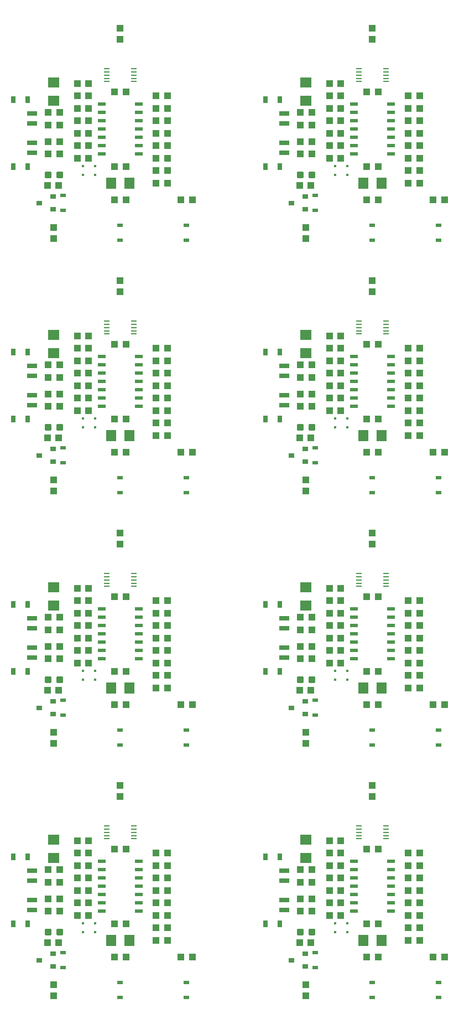
<source format=gtp>
G75*
%MOIN*%
%OFA0B0*%
%FSLAX25Y25*%
%IPPOS*%
%LPD*%
%AMOC8*
5,1,8,0,0,1.08239X$1,22.5*
%
%ADD10R,0.04331X0.03937*%
%ADD11R,0.01575X0.01575*%
%ADD12R,0.06299X0.07087*%
%ADD13R,0.07087X0.06299*%
%ADD14C,0.01181*%
%ADD15R,0.03268X0.02480*%
%ADD16R,0.03150X0.03937*%
%ADD17R,0.05906X0.02756*%
%ADD18R,0.03445X0.00984*%
%ADD19R,0.03543X0.03150*%
%ADD20R,0.03937X0.04331*%
%ADD21R,0.04724X0.02362*%
D10*
X0149987Y0291400D03*
X0156680Y0291400D03*
X0156680Y0311400D03*
X0149987Y0311400D03*
X0134180Y0316400D03*
X0134180Y0323900D03*
X0134180Y0331400D03*
X0134180Y0338900D03*
X0134180Y0346400D03*
X0134180Y0353900D03*
X0134180Y0361400D03*
X0127487Y0361400D03*
X0127487Y0353900D03*
X0127487Y0346400D03*
X0127487Y0338900D03*
X0127487Y0331400D03*
X0127487Y0323900D03*
X0127487Y0316400D03*
X0116680Y0318900D03*
X0116680Y0326400D03*
X0109987Y0326400D03*
X0109987Y0318900D03*
X0109987Y0336400D03*
X0109987Y0343900D03*
X0116680Y0343900D03*
X0116680Y0336400D03*
X0116180Y0299900D03*
X0109487Y0299900D03*
X0149987Y0356400D03*
X0156680Y0356400D03*
X0174987Y0353900D03*
X0181680Y0353900D03*
X0181680Y0346400D03*
X0174987Y0346400D03*
X0174987Y0338900D03*
X0181680Y0338900D03*
X0181680Y0331400D03*
X0174987Y0331400D03*
X0174987Y0323900D03*
X0181680Y0323900D03*
X0181680Y0316400D03*
X0174987Y0316400D03*
X0174987Y0308900D03*
X0181680Y0308900D03*
X0181680Y0301400D03*
X0174987Y0301400D03*
X0189987Y0291400D03*
X0196680Y0291400D03*
X0261487Y0299900D03*
X0268180Y0299900D03*
X0268680Y0318900D03*
X0261987Y0318900D03*
X0261987Y0326400D03*
X0268680Y0326400D03*
X0268680Y0336400D03*
X0261987Y0336400D03*
X0261987Y0343900D03*
X0268680Y0343900D03*
X0279487Y0346400D03*
X0286180Y0346400D03*
X0286180Y0353900D03*
X0279487Y0353900D03*
X0279487Y0361400D03*
X0286180Y0361400D03*
X0301987Y0356400D03*
X0308680Y0356400D03*
X0326987Y0353900D03*
X0333680Y0353900D03*
X0333680Y0346400D03*
X0326987Y0346400D03*
X0326987Y0338900D03*
X0333680Y0338900D03*
X0333680Y0331400D03*
X0326987Y0331400D03*
X0326987Y0323900D03*
X0333680Y0323900D03*
X0333680Y0316400D03*
X0326987Y0316400D03*
X0326987Y0308900D03*
X0333680Y0308900D03*
X0333680Y0301400D03*
X0326987Y0301400D03*
X0341987Y0291400D03*
X0348680Y0291400D03*
X0308680Y0291400D03*
X0301987Y0291400D03*
X0301987Y0311400D03*
X0308680Y0311400D03*
X0286180Y0316400D03*
X0279487Y0316400D03*
X0279487Y0323900D03*
X0286180Y0323900D03*
X0286180Y0331400D03*
X0279487Y0331400D03*
X0279487Y0338900D03*
X0286180Y0338900D03*
X0301987Y0443400D03*
X0308680Y0443400D03*
X0308680Y0463400D03*
X0301987Y0463400D03*
X0286180Y0468400D03*
X0279487Y0468400D03*
X0279487Y0475900D03*
X0286180Y0475900D03*
X0286180Y0483400D03*
X0279487Y0483400D03*
X0279487Y0490900D03*
X0286180Y0490900D03*
X0286180Y0498400D03*
X0279487Y0498400D03*
X0279487Y0505900D03*
X0286180Y0505900D03*
X0286180Y0513400D03*
X0279487Y0513400D03*
X0268680Y0495900D03*
X0261987Y0495900D03*
X0261987Y0488400D03*
X0268680Y0488400D03*
X0268680Y0478400D03*
X0261987Y0478400D03*
X0261987Y0470900D03*
X0268680Y0470900D03*
X0268180Y0451900D03*
X0261487Y0451900D03*
X0301987Y0508400D03*
X0308680Y0508400D03*
X0326987Y0505900D03*
X0333680Y0505900D03*
X0333680Y0498400D03*
X0326987Y0498400D03*
X0326987Y0490900D03*
X0333680Y0490900D03*
X0333680Y0483400D03*
X0326987Y0483400D03*
X0326987Y0475900D03*
X0333680Y0475900D03*
X0333680Y0468400D03*
X0326987Y0468400D03*
X0326987Y0460900D03*
X0333680Y0460900D03*
X0333680Y0453400D03*
X0326987Y0453400D03*
X0341987Y0443400D03*
X0348680Y0443400D03*
X0348680Y0595400D03*
X0341987Y0595400D03*
X0333680Y0605400D03*
X0326987Y0605400D03*
X0326987Y0612900D03*
X0333680Y0612900D03*
X0333680Y0620400D03*
X0326987Y0620400D03*
X0326987Y0627900D03*
X0333680Y0627900D03*
X0333680Y0635400D03*
X0326987Y0635400D03*
X0326987Y0642900D03*
X0333680Y0642900D03*
X0333680Y0650400D03*
X0326987Y0650400D03*
X0326987Y0657900D03*
X0333680Y0657900D03*
X0308680Y0660400D03*
X0301987Y0660400D03*
X0286180Y0657900D03*
X0279487Y0657900D03*
X0279487Y0650400D03*
X0286180Y0650400D03*
X0286180Y0642900D03*
X0279487Y0642900D03*
X0279487Y0635400D03*
X0286180Y0635400D03*
X0286180Y0627900D03*
X0279487Y0627900D03*
X0279487Y0620400D03*
X0286180Y0620400D03*
X0301987Y0615400D03*
X0308680Y0615400D03*
X0308680Y0595400D03*
X0301987Y0595400D03*
X0268180Y0603900D03*
X0261487Y0603900D03*
X0261987Y0622900D03*
X0268680Y0622900D03*
X0268680Y0630400D03*
X0261987Y0630400D03*
X0261987Y0640400D03*
X0268680Y0640400D03*
X0268680Y0647900D03*
X0261987Y0647900D03*
X0279487Y0665400D03*
X0286180Y0665400D03*
X0301987Y0747400D03*
X0308680Y0747400D03*
X0308680Y0767400D03*
X0301987Y0767400D03*
X0286180Y0772400D03*
X0279487Y0772400D03*
X0279487Y0779900D03*
X0286180Y0779900D03*
X0286180Y0787400D03*
X0279487Y0787400D03*
X0279487Y0794900D03*
X0286180Y0794900D03*
X0286180Y0802400D03*
X0279487Y0802400D03*
X0279487Y0809900D03*
X0286180Y0809900D03*
X0286180Y0817400D03*
X0279487Y0817400D03*
X0268680Y0799900D03*
X0261987Y0799900D03*
X0261987Y0792400D03*
X0268680Y0792400D03*
X0268680Y0782400D03*
X0261987Y0782400D03*
X0261987Y0774900D03*
X0268680Y0774900D03*
X0268180Y0755900D03*
X0261487Y0755900D03*
X0301987Y0812400D03*
X0308680Y0812400D03*
X0326987Y0809900D03*
X0333680Y0809900D03*
X0333680Y0802400D03*
X0326987Y0802400D03*
X0326987Y0794900D03*
X0333680Y0794900D03*
X0333680Y0787400D03*
X0326987Y0787400D03*
X0326987Y0779900D03*
X0333680Y0779900D03*
X0333680Y0772400D03*
X0326987Y0772400D03*
X0326987Y0764900D03*
X0333680Y0764900D03*
X0333680Y0757400D03*
X0326987Y0757400D03*
X0341987Y0747400D03*
X0348680Y0747400D03*
X0196680Y0747400D03*
X0189987Y0747400D03*
X0181680Y0757400D03*
X0174987Y0757400D03*
X0174987Y0764900D03*
X0181680Y0764900D03*
X0181680Y0772400D03*
X0174987Y0772400D03*
X0174987Y0779900D03*
X0181680Y0779900D03*
X0181680Y0787400D03*
X0174987Y0787400D03*
X0174987Y0794900D03*
X0181680Y0794900D03*
X0181680Y0802400D03*
X0174987Y0802400D03*
X0174987Y0809900D03*
X0181680Y0809900D03*
X0156680Y0812400D03*
X0149987Y0812400D03*
X0134180Y0809900D03*
X0134180Y0802400D03*
X0134180Y0794900D03*
X0134180Y0787400D03*
X0134180Y0779900D03*
X0134180Y0772400D03*
X0127487Y0772400D03*
X0127487Y0779900D03*
X0127487Y0787400D03*
X0127487Y0794900D03*
X0127487Y0802400D03*
X0127487Y0809900D03*
X0127487Y0817400D03*
X0134180Y0817400D03*
X0116680Y0799900D03*
X0116680Y0792400D03*
X0116680Y0782400D03*
X0116680Y0774900D03*
X0109987Y0774900D03*
X0109987Y0782400D03*
X0109987Y0792400D03*
X0109987Y0799900D03*
X0109487Y0755900D03*
X0116180Y0755900D03*
X0149987Y0747400D03*
X0156680Y0747400D03*
X0156680Y0767400D03*
X0149987Y0767400D03*
X0134180Y0665400D03*
X0134180Y0657900D03*
X0134180Y0650400D03*
X0134180Y0642900D03*
X0134180Y0635400D03*
X0134180Y0627900D03*
X0134180Y0620400D03*
X0127487Y0620400D03*
X0127487Y0627900D03*
X0127487Y0635400D03*
X0127487Y0642900D03*
X0127487Y0650400D03*
X0127487Y0657900D03*
X0127487Y0665400D03*
X0116680Y0647900D03*
X0116680Y0640400D03*
X0116680Y0630400D03*
X0116680Y0622900D03*
X0109987Y0622900D03*
X0109987Y0630400D03*
X0109987Y0640400D03*
X0109987Y0647900D03*
X0109487Y0603900D03*
X0116180Y0603900D03*
X0149987Y0595400D03*
X0156680Y0595400D03*
X0156680Y0615400D03*
X0149987Y0615400D03*
X0174987Y0612900D03*
X0181680Y0612900D03*
X0181680Y0605400D03*
X0174987Y0605400D03*
X0174987Y0620400D03*
X0181680Y0620400D03*
X0181680Y0627900D03*
X0174987Y0627900D03*
X0174987Y0635400D03*
X0181680Y0635400D03*
X0181680Y0642900D03*
X0174987Y0642900D03*
X0174987Y0650400D03*
X0181680Y0650400D03*
X0181680Y0657900D03*
X0174987Y0657900D03*
X0156680Y0660400D03*
X0149987Y0660400D03*
X0189987Y0595400D03*
X0196680Y0595400D03*
X0156680Y0508400D03*
X0149987Y0508400D03*
X0134180Y0505900D03*
X0134180Y0498400D03*
X0134180Y0490900D03*
X0134180Y0483400D03*
X0134180Y0475900D03*
X0134180Y0468400D03*
X0127487Y0468400D03*
X0127487Y0475900D03*
X0127487Y0483400D03*
X0127487Y0490900D03*
X0127487Y0498400D03*
X0127487Y0505900D03*
X0127487Y0513400D03*
X0134180Y0513400D03*
X0116680Y0495900D03*
X0116680Y0488400D03*
X0116680Y0478400D03*
X0116680Y0470900D03*
X0109987Y0470900D03*
X0109987Y0478400D03*
X0109987Y0488400D03*
X0109987Y0495900D03*
X0109487Y0451900D03*
X0116180Y0451900D03*
X0149987Y0443400D03*
X0156680Y0443400D03*
X0156680Y0463400D03*
X0149987Y0463400D03*
X0174987Y0460900D03*
X0181680Y0460900D03*
X0181680Y0453400D03*
X0174987Y0453400D03*
X0174987Y0468400D03*
X0181680Y0468400D03*
X0181680Y0475900D03*
X0174987Y0475900D03*
X0174987Y0483400D03*
X0181680Y0483400D03*
X0181680Y0490900D03*
X0174987Y0490900D03*
X0174987Y0498400D03*
X0181680Y0498400D03*
X0181680Y0505900D03*
X0174987Y0505900D03*
X0189987Y0443400D03*
X0196680Y0443400D03*
D11*
X0138333Y0458144D03*
X0138333Y0463656D03*
X0130833Y0463656D03*
X0130833Y0458144D03*
X0130833Y0311656D03*
X0130833Y0306144D03*
X0138333Y0306144D03*
X0138333Y0311656D03*
X0282833Y0311656D03*
X0282833Y0306144D03*
X0290333Y0306144D03*
X0290333Y0311656D03*
X0290333Y0458144D03*
X0290333Y0463656D03*
X0282833Y0463656D03*
X0282833Y0458144D03*
X0282833Y0610144D03*
X0282833Y0615656D03*
X0290333Y0615656D03*
X0290333Y0610144D03*
X0290333Y0762144D03*
X0290333Y0767656D03*
X0282833Y0767656D03*
X0282833Y0762144D03*
X0138333Y0762144D03*
X0138333Y0767656D03*
X0130833Y0767656D03*
X0130833Y0762144D03*
X0130833Y0615656D03*
X0130833Y0610144D03*
X0138333Y0610144D03*
X0138333Y0615656D03*
D12*
X0147822Y0605400D03*
X0158845Y0605400D03*
X0158845Y0453400D03*
X0147822Y0453400D03*
X0147822Y0301400D03*
X0158845Y0301400D03*
X0299822Y0301400D03*
X0310845Y0301400D03*
X0310845Y0453400D03*
X0299822Y0453400D03*
X0299822Y0605400D03*
X0310845Y0605400D03*
X0310845Y0757400D03*
X0299822Y0757400D03*
X0158845Y0757400D03*
X0147822Y0757400D03*
D13*
X0113333Y0806888D03*
X0113333Y0817912D03*
X0113333Y0665912D03*
X0113333Y0654888D03*
X0113333Y0513912D03*
X0113333Y0502888D03*
X0113333Y0361912D03*
X0113333Y0350888D03*
X0265333Y0350888D03*
X0265333Y0361912D03*
X0265333Y0502888D03*
X0265333Y0513912D03*
X0265333Y0654888D03*
X0265333Y0665912D03*
X0265333Y0806888D03*
X0265333Y0817912D03*
D14*
X0263259Y0763778D02*
X0263259Y0761022D01*
X0260503Y0761022D01*
X0260503Y0763778D01*
X0263259Y0763778D01*
X0263259Y0762144D02*
X0260503Y0762144D01*
X0260503Y0763266D02*
X0263259Y0763266D01*
X0270164Y0763778D02*
X0270164Y0761022D01*
X0267408Y0761022D01*
X0267408Y0763778D01*
X0270164Y0763778D01*
X0270164Y0762144D02*
X0267408Y0762144D01*
X0267408Y0763266D02*
X0270164Y0763266D01*
X0270164Y0611778D02*
X0270164Y0609022D01*
X0267408Y0609022D01*
X0267408Y0611778D01*
X0270164Y0611778D01*
X0270164Y0610144D02*
X0267408Y0610144D01*
X0267408Y0611266D02*
X0270164Y0611266D01*
X0263259Y0611778D02*
X0263259Y0609022D01*
X0260503Y0609022D01*
X0260503Y0611778D01*
X0263259Y0611778D01*
X0263259Y0610144D02*
X0260503Y0610144D01*
X0260503Y0611266D02*
X0263259Y0611266D01*
X0263259Y0459778D02*
X0263259Y0457022D01*
X0260503Y0457022D01*
X0260503Y0459778D01*
X0263259Y0459778D01*
X0263259Y0458144D02*
X0260503Y0458144D01*
X0260503Y0459266D02*
X0263259Y0459266D01*
X0270164Y0459778D02*
X0270164Y0457022D01*
X0267408Y0457022D01*
X0267408Y0459778D01*
X0270164Y0459778D01*
X0270164Y0458144D02*
X0267408Y0458144D01*
X0267408Y0459266D02*
X0270164Y0459266D01*
X0270164Y0307778D02*
X0270164Y0305022D01*
X0267408Y0305022D01*
X0267408Y0307778D01*
X0270164Y0307778D01*
X0270164Y0306144D02*
X0267408Y0306144D01*
X0267408Y0307266D02*
X0270164Y0307266D01*
X0263259Y0307778D02*
X0263259Y0305022D01*
X0260503Y0305022D01*
X0260503Y0307778D01*
X0263259Y0307778D01*
X0263259Y0306144D02*
X0260503Y0306144D01*
X0260503Y0307266D02*
X0263259Y0307266D01*
X0118164Y0307778D02*
X0118164Y0305022D01*
X0115408Y0305022D01*
X0115408Y0307778D01*
X0118164Y0307778D01*
X0118164Y0306144D02*
X0115408Y0306144D01*
X0115408Y0307266D02*
X0118164Y0307266D01*
X0111259Y0307778D02*
X0111259Y0305022D01*
X0108503Y0305022D01*
X0108503Y0307778D01*
X0111259Y0307778D01*
X0111259Y0306144D02*
X0108503Y0306144D01*
X0108503Y0307266D02*
X0111259Y0307266D01*
X0111259Y0457022D02*
X0111259Y0459778D01*
X0111259Y0457022D02*
X0108503Y0457022D01*
X0108503Y0459778D01*
X0111259Y0459778D01*
X0111259Y0458144D02*
X0108503Y0458144D01*
X0108503Y0459266D02*
X0111259Y0459266D01*
X0118164Y0459778D02*
X0118164Y0457022D01*
X0115408Y0457022D01*
X0115408Y0459778D01*
X0118164Y0459778D01*
X0118164Y0458144D02*
X0115408Y0458144D01*
X0115408Y0459266D02*
X0118164Y0459266D01*
X0118164Y0609022D02*
X0118164Y0611778D01*
X0118164Y0609022D02*
X0115408Y0609022D01*
X0115408Y0611778D01*
X0118164Y0611778D01*
X0118164Y0610144D02*
X0115408Y0610144D01*
X0115408Y0611266D02*
X0118164Y0611266D01*
X0111259Y0611778D02*
X0111259Y0609022D01*
X0108503Y0609022D01*
X0108503Y0611778D01*
X0111259Y0611778D01*
X0111259Y0610144D02*
X0108503Y0610144D01*
X0108503Y0611266D02*
X0111259Y0611266D01*
X0111259Y0761022D02*
X0111259Y0763778D01*
X0111259Y0761022D02*
X0108503Y0761022D01*
X0108503Y0763778D01*
X0111259Y0763778D01*
X0111259Y0762144D02*
X0108503Y0762144D01*
X0108503Y0763266D02*
X0111259Y0763266D01*
X0118164Y0763778D02*
X0118164Y0761022D01*
X0115408Y0761022D01*
X0115408Y0763778D01*
X0118164Y0763778D01*
X0118164Y0762144D02*
X0115408Y0762144D01*
X0115408Y0763266D02*
X0118164Y0763266D01*
D15*
X0118833Y0749928D03*
X0118833Y0740872D03*
X0153333Y0731928D03*
X0153333Y0722872D03*
X0193333Y0722872D03*
X0193333Y0731928D03*
X0270833Y0740872D03*
X0270833Y0749928D03*
X0305333Y0731928D03*
X0305333Y0722872D03*
X0345333Y0722872D03*
X0345333Y0731928D03*
X0270833Y0597928D03*
X0270833Y0588872D03*
X0305333Y0579928D03*
X0305333Y0570872D03*
X0345333Y0570872D03*
X0345333Y0579928D03*
X0270833Y0445928D03*
X0270833Y0436872D03*
X0305333Y0427928D03*
X0305333Y0418872D03*
X0345333Y0418872D03*
X0345333Y0427928D03*
X0270833Y0293928D03*
X0270833Y0284872D03*
X0305333Y0275928D03*
X0305333Y0266872D03*
X0345333Y0266872D03*
X0345333Y0275928D03*
X0193333Y0275928D03*
X0193333Y0266872D03*
X0153333Y0266872D03*
X0153333Y0275928D03*
X0118833Y0284872D03*
X0118833Y0293928D03*
X0153333Y0418872D03*
X0153333Y0427928D03*
X0118833Y0436872D03*
X0118833Y0445928D03*
X0193333Y0427928D03*
X0193333Y0418872D03*
X0193333Y0570872D03*
X0193333Y0579928D03*
X0153333Y0579928D03*
X0153333Y0570872D03*
X0118833Y0588872D03*
X0118833Y0597928D03*
D16*
X0097664Y0615124D03*
X0089003Y0615124D03*
X0089003Y0655676D03*
X0097664Y0655676D03*
X0097664Y0767124D03*
X0089003Y0767124D03*
X0089003Y0807676D03*
X0097664Y0807676D03*
X0241003Y0807676D03*
X0249664Y0807676D03*
X0249664Y0767124D03*
X0241003Y0767124D03*
X0241003Y0655676D03*
X0249664Y0655676D03*
X0249664Y0615124D03*
X0241003Y0615124D03*
X0241003Y0503676D03*
X0249664Y0503676D03*
X0249664Y0463124D03*
X0241003Y0463124D03*
X0241003Y0351676D03*
X0249664Y0351676D03*
X0249664Y0311124D03*
X0241003Y0311124D03*
X0097664Y0311124D03*
X0089003Y0311124D03*
X0089003Y0351676D03*
X0097664Y0351676D03*
X0097664Y0463124D03*
X0089003Y0463124D03*
X0089003Y0503676D03*
X0097664Y0503676D03*
D17*
X0100223Y0495211D03*
X0100223Y0489306D03*
X0100223Y0477494D03*
X0100223Y0471589D03*
X0100223Y0343211D03*
X0100223Y0337306D03*
X0100223Y0325494D03*
X0100223Y0319589D03*
X0252223Y0319589D03*
X0252223Y0325494D03*
X0252223Y0337306D03*
X0252223Y0343211D03*
X0252223Y0471589D03*
X0252223Y0477494D03*
X0252223Y0489306D03*
X0252223Y0495211D03*
X0252223Y0623589D03*
X0252223Y0629494D03*
X0252223Y0641306D03*
X0252223Y0647211D03*
X0252223Y0775589D03*
X0252223Y0781494D03*
X0252223Y0793306D03*
X0252223Y0799211D03*
X0100223Y0799211D03*
X0100223Y0793306D03*
X0100223Y0781494D03*
X0100223Y0775589D03*
X0100223Y0647211D03*
X0100223Y0641306D03*
X0100223Y0629494D03*
X0100223Y0623589D03*
D18*
X0145213Y0666463D03*
X0145213Y0668431D03*
X0145213Y0670400D03*
X0145213Y0672369D03*
X0145213Y0674337D03*
X0161453Y0674337D03*
X0161453Y0672369D03*
X0161453Y0670400D03*
X0161453Y0668431D03*
X0161453Y0666463D03*
X0161453Y0522337D03*
X0161453Y0520369D03*
X0161453Y0518400D03*
X0161453Y0516431D03*
X0161453Y0514463D03*
X0145213Y0514463D03*
X0145213Y0516431D03*
X0145213Y0518400D03*
X0145213Y0520369D03*
X0145213Y0522337D03*
X0145213Y0370337D03*
X0145213Y0368369D03*
X0145213Y0366400D03*
X0145213Y0364431D03*
X0145213Y0362463D03*
X0161453Y0362463D03*
X0161453Y0364431D03*
X0161453Y0366400D03*
X0161453Y0368369D03*
X0161453Y0370337D03*
X0297213Y0370337D03*
X0297213Y0368369D03*
X0297213Y0366400D03*
X0297213Y0364431D03*
X0297213Y0362463D03*
X0313453Y0362463D03*
X0313453Y0364431D03*
X0313453Y0366400D03*
X0313453Y0368369D03*
X0313453Y0370337D03*
X0313453Y0514463D03*
X0313453Y0516431D03*
X0313453Y0518400D03*
X0313453Y0520369D03*
X0313453Y0522337D03*
X0297213Y0522337D03*
X0297213Y0520369D03*
X0297213Y0518400D03*
X0297213Y0516431D03*
X0297213Y0514463D03*
X0297213Y0666463D03*
X0297213Y0668431D03*
X0297213Y0670400D03*
X0297213Y0672369D03*
X0297213Y0674337D03*
X0313453Y0674337D03*
X0313453Y0672369D03*
X0313453Y0670400D03*
X0313453Y0668431D03*
X0313453Y0666463D03*
X0313453Y0818463D03*
X0313453Y0820431D03*
X0313453Y0822400D03*
X0313453Y0824369D03*
X0313453Y0826337D03*
X0297213Y0826337D03*
X0297213Y0824369D03*
X0297213Y0822400D03*
X0297213Y0820431D03*
X0297213Y0818463D03*
X0161453Y0818463D03*
X0161453Y0820431D03*
X0161453Y0822400D03*
X0161453Y0824369D03*
X0161453Y0826337D03*
X0145213Y0826337D03*
X0145213Y0824369D03*
X0145213Y0822400D03*
X0145213Y0820431D03*
X0145213Y0818463D03*
D19*
X0112770Y0749140D03*
X0112770Y0741660D03*
X0104503Y0745400D03*
X0112770Y0597140D03*
X0112770Y0589660D03*
X0104503Y0593400D03*
X0112770Y0445140D03*
X0112770Y0437660D03*
X0104503Y0441400D03*
X0112770Y0293140D03*
X0112770Y0285660D03*
X0104503Y0289400D03*
X0256503Y0289400D03*
X0264770Y0293140D03*
X0264770Y0285660D03*
X0264770Y0437660D03*
X0264770Y0445140D03*
X0256503Y0441400D03*
X0264770Y0589660D03*
X0264770Y0597140D03*
X0256503Y0593400D03*
X0264770Y0741660D03*
X0264770Y0749140D03*
X0256503Y0745400D03*
D20*
X0113333Y0268054D03*
X0113333Y0274746D03*
X0153333Y0388054D03*
X0153333Y0394746D03*
X0113333Y0420054D03*
X0113333Y0426746D03*
X0153333Y0540054D03*
X0153333Y0546746D03*
X0113333Y0572054D03*
X0113333Y0578746D03*
X0153333Y0692054D03*
X0153333Y0698746D03*
X0113333Y0724054D03*
X0113333Y0730746D03*
X0153333Y0844054D03*
X0153333Y0850746D03*
X0265333Y0730746D03*
X0265333Y0724054D03*
X0305333Y0698746D03*
X0305333Y0692054D03*
X0265333Y0578746D03*
X0265333Y0572054D03*
X0305333Y0546746D03*
X0305333Y0540054D03*
X0265333Y0426746D03*
X0265333Y0420054D03*
X0305333Y0394746D03*
X0305333Y0388054D03*
X0265333Y0274746D03*
X0265333Y0268054D03*
X0305333Y0844054D03*
X0305333Y0850746D03*
D21*
X0294310Y0804900D03*
X0294310Y0799900D03*
X0294310Y0794900D03*
X0294310Y0789900D03*
X0294310Y0784900D03*
X0294310Y0779900D03*
X0294310Y0774900D03*
X0316357Y0774900D03*
X0316357Y0779900D03*
X0316357Y0784900D03*
X0316357Y0789900D03*
X0316357Y0794900D03*
X0316357Y0799900D03*
X0316357Y0804900D03*
X0316357Y0652900D03*
X0316357Y0647900D03*
X0316357Y0642900D03*
X0316357Y0637900D03*
X0316357Y0632900D03*
X0316357Y0627900D03*
X0316357Y0622900D03*
X0294310Y0622900D03*
X0294310Y0627900D03*
X0294310Y0632900D03*
X0294310Y0637900D03*
X0294310Y0642900D03*
X0294310Y0647900D03*
X0294310Y0652900D03*
X0294310Y0500900D03*
X0294310Y0495900D03*
X0294310Y0490900D03*
X0294310Y0485900D03*
X0294310Y0480900D03*
X0294310Y0475900D03*
X0294310Y0470900D03*
X0316357Y0470900D03*
X0316357Y0475900D03*
X0316357Y0480900D03*
X0316357Y0485900D03*
X0316357Y0490900D03*
X0316357Y0495900D03*
X0316357Y0500900D03*
X0316357Y0348900D03*
X0316357Y0343900D03*
X0316357Y0338900D03*
X0316357Y0333900D03*
X0316357Y0328900D03*
X0316357Y0323900D03*
X0316357Y0318900D03*
X0294310Y0318900D03*
X0294310Y0323900D03*
X0294310Y0328900D03*
X0294310Y0333900D03*
X0294310Y0338900D03*
X0294310Y0343900D03*
X0294310Y0348900D03*
X0164357Y0348900D03*
X0164357Y0343900D03*
X0164357Y0338900D03*
X0164357Y0333900D03*
X0164357Y0328900D03*
X0164357Y0323900D03*
X0164357Y0318900D03*
X0142310Y0318900D03*
X0142310Y0323900D03*
X0142310Y0328900D03*
X0142310Y0333900D03*
X0142310Y0338900D03*
X0142310Y0343900D03*
X0142310Y0348900D03*
X0142310Y0470900D03*
X0142310Y0475900D03*
X0142310Y0480900D03*
X0142310Y0485900D03*
X0142310Y0490900D03*
X0142310Y0495900D03*
X0142310Y0500900D03*
X0164357Y0500900D03*
X0164357Y0495900D03*
X0164357Y0490900D03*
X0164357Y0485900D03*
X0164357Y0480900D03*
X0164357Y0475900D03*
X0164357Y0470900D03*
X0164357Y0622900D03*
X0164357Y0627900D03*
X0164357Y0632900D03*
X0164357Y0637900D03*
X0164357Y0642900D03*
X0164357Y0647900D03*
X0164357Y0652900D03*
X0142310Y0652900D03*
X0142310Y0647900D03*
X0142310Y0642900D03*
X0142310Y0637900D03*
X0142310Y0632900D03*
X0142310Y0627900D03*
X0142310Y0622900D03*
X0142310Y0774900D03*
X0142310Y0779900D03*
X0142310Y0784900D03*
X0142310Y0789900D03*
X0142310Y0794900D03*
X0142310Y0799900D03*
X0142310Y0804900D03*
X0164357Y0804900D03*
X0164357Y0799900D03*
X0164357Y0794900D03*
X0164357Y0789900D03*
X0164357Y0784900D03*
X0164357Y0779900D03*
X0164357Y0774900D03*
M02*

</source>
